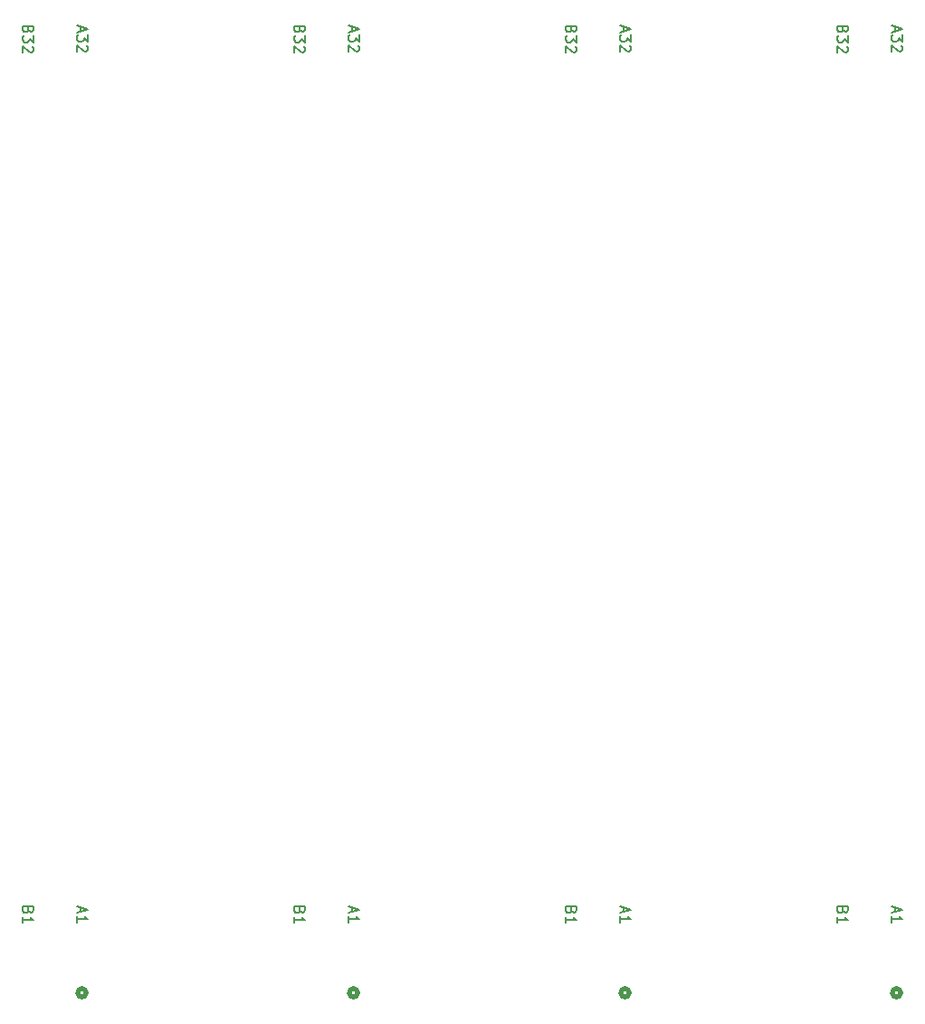
<source format=gbr>
%TF.GenerationSoftware,KiCad,Pcbnew,7.0.7*%
%TF.CreationDate,2024-03-27T23:33:24-04:00*%
%TF.ProjectId,Backplane,4261636b-706c-4616-9e65-2e6b69636164,rev?*%
%TF.SameCoordinates,Original*%
%TF.FileFunction,Legend,Bot*%
%TF.FilePolarity,Positive*%
%FSLAX46Y46*%
G04 Gerber Fmt 4.6, Leading zero omitted, Abs format (unit mm)*
G04 Created by KiCad (PCBNEW 7.0.7) date 2024-03-27 23:33:24*
%MOMM*%
%LPD*%
G01*
G04 APERTURE LIST*
%ADD10C,0.150000*%
%ADD11C,0.508000*%
G04 APERTURE END LIST*
D10*
X106748990Y-40724247D02*
X106701371Y-40867104D01*
X106701371Y-40867104D02*
X106653752Y-40914723D01*
X106653752Y-40914723D02*
X106558514Y-40962342D01*
X106558514Y-40962342D02*
X106415657Y-40962342D01*
X106415657Y-40962342D02*
X106320419Y-40914723D01*
X106320419Y-40914723D02*
X106272800Y-40867104D01*
X106272800Y-40867104D02*
X106225180Y-40771866D01*
X106225180Y-40771866D02*
X106225180Y-40390914D01*
X106225180Y-40390914D02*
X107225180Y-40390914D01*
X107225180Y-40390914D02*
X107225180Y-40724247D01*
X107225180Y-40724247D02*
X107177561Y-40819485D01*
X107177561Y-40819485D02*
X107129942Y-40867104D01*
X107129942Y-40867104D02*
X107034704Y-40914723D01*
X107034704Y-40914723D02*
X106939466Y-40914723D01*
X106939466Y-40914723D02*
X106844228Y-40867104D01*
X106844228Y-40867104D02*
X106796609Y-40819485D01*
X106796609Y-40819485D02*
X106748990Y-40724247D01*
X106748990Y-40724247D02*
X106748990Y-40390914D01*
X107225180Y-41295676D02*
X107225180Y-41914723D01*
X107225180Y-41914723D02*
X106844228Y-41581390D01*
X106844228Y-41581390D02*
X106844228Y-41724247D01*
X106844228Y-41724247D02*
X106796609Y-41819485D01*
X106796609Y-41819485D02*
X106748990Y-41867104D01*
X106748990Y-41867104D02*
X106653752Y-41914723D01*
X106653752Y-41914723D02*
X106415657Y-41914723D01*
X106415657Y-41914723D02*
X106320419Y-41867104D01*
X106320419Y-41867104D02*
X106272800Y-41819485D01*
X106272800Y-41819485D02*
X106225180Y-41724247D01*
X106225180Y-41724247D02*
X106225180Y-41438533D01*
X106225180Y-41438533D02*
X106272800Y-41343295D01*
X106272800Y-41343295D02*
X106320419Y-41295676D01*
X107129942Y-42295676D02*
X107177561Y-42343295D01*
X107177561Y-42343295D02*
X107225180Y-42438533D01*
X107225180Y-42438533D02*
X107225180Y-42676628D01*
X107225180Y-42676628D02*
X107177561Y-42771866D01*
X107177561Y-42771866D02*
X107129942Y-42819485D01*
X107129942Y-42819485D02*
X107034704Y-42867104D01*
X107034704Y-42867104D02*
X106939466Y-42867104D01*
X106939466Y-42867104D02*
X106796609Y-42819485D01*
X106796609Y-42819485D02*
X106225180Y-42248057D01*
X106225180Y-42248057D02*
X106225180Y-42867104D01*
X111590895Y-122780514D02*
X111590895Y-123256704D01*
X111305180Y-122685276D02*
X112305180Y-123018609D01*
X112305180Y-123018609D02*
X111305180Y-123351942D01*
X111305180Y-124209085D02*
X111305180Y-123637657D01*
X111305180Y-123923371D02*
X112305180Y-123923371D01*
X112305180Y-123923371D02*
X112162323Y-123828133D01*
X112162323Y-123828133D02*
X112067085Y-123732895D01*
X112067085Y-123732895D02*
X112019466Y-123637657D01*
X106748990Y-123090038D02*
X106701371Y-123232895D01*
X106701371Y-123232895D02*
X106653752Y-123280514D01*
X106653752Y-123280514D02*
X106558514Y-123328133D01*
X106558514Y-123328133D02*
X106415657Y-123328133D01*
X106415657Y-123328133D02*
X106320419Y-123280514D01*
X106320419Y-123280514D02*
X106272800Y-123232895D01*
X106272800Y-123232895D02*
X106225180Y-123137657D01*
X106225180Y-123137657D02*
X106225180Y-122756705D01*
X106225180Y-122756705D02*
X107225180Y-122756705D01*
X107225180Y-122756705D02*
X107225180Y-123090038D01*
X107225180Y-123090038D02*
X107177561Y-123185276D01*
X107177561Y-123185276D02*
X107129942Y-123232895D01*
X107129942Y-123232895D02*
X107034704Y-123280514D01*
X107034704Y-123280514D02*
X106939466Y-123280514D01*
X106939466Y-123280514D02*
X106844228Y-123232895D01*
X106844228Y-123232895D02*
X106796609Y-123185276D01*
X106796609Y-123185276D02*
X106748990Y-123090038D01*
X106748990Y-123090038D02*
X106748990Y-122756705D01*
X106225180Y-124280514D02*
X106225180Y-123709086D01*
X106225180Y-123994800D02*
X107225180Y-123994800D01*
X107225180Y-123994800D02*
X107082323Y-123899562D01*
X107082323Y-123899562D02*
X106987085Y-123804324D01*
X106987085Y-123804324D02*
X106939466Y-123709086D01*
X111590895Y-40414724D02*
X111590895Y-40890914D01*
X111305180Y-40319486D02*
X112305180Y-40652819D01*
X112305180Y-40652819D02*
X111305180Y-40986152D01*
X112305180Y-41224248D02*
X112305180Y-41843295D01*
X112305180Y-41843295D02*
X111924228Y-41509962D01*
X111924228Y-41509962D02*
X111924228Y-41652819D01*
X111924228Y-41652819D02*
X111876609Y-41748057D01*
X111876609Y-41748057D02*
X111828990Y-41795676D01*
X111828990Y-41795676D02*
X111733752Y-41843295D01*
X111733752Y-41843295D02*
X111495657Y-41843295D01*
X111495657Y-41843295D02*
X111400419Y-41795676D01*
X111400419Y-41795676D02*
X111352800Y-41748057D01*
X111352800Y-41748057D02*
X111305180Y-41652819D01*
X111305180Y-41652819D02*
X111305180Y-41367105D01*
X111305180Y-41367105D02*
X111352800Y-41271867D01*
X111352800Y-41271867D02*
X111400419Y-41224248D01*
X112209942Y-42224248D02*
X112257561Y-42271867D01*
X112257561Y-42271867D02*
X112305180Y-42367105D01*
X112305180Y-42367105D02*
X112305180Y-42605200D01*
X112305180Y-42605200D02*
X112257561Y-42700438D01*
X112257561Y-42700438D02*
X112209942Y-42748057D01*
X112209942Y-42748057D02*
X112114704Y-42795676D01*
X112114704Y-42795676D02*
X112019466Y-42795676D01*
X112019466Y-42795676D02*
X111876609Y-42748057D01*
X111876609Y-42748057D02*
X111305180Y-42176629D01*
X111305180Y-42176629D02*
X111305180Y-42795676D01*
X136990895Y-122780514D02*
X136990895Y-123256704D01*
X136705180Y-122685276D02*
X137705180Y-123018609D01*
X137705180Y-123018609D02*
X136705180Y-123351942D01*
X136705180Y-124209085D02*
X136705180Y-123637657D01*
X136705180Y-123923371D02*
X137705180Y-123923371D01*
X137705180Y-123923371D02*
X137562323Y-123828133D01*
X137562323Y-123828133D02*
X137467085Y-123732895D01*
X137467085Y-123732895D02*
X137419466Y-123637657D01*
X132148990Y-123090038D02*
X132101371Y-123232895D01*
X132101371Y-123232895D02*
X132053752Y-123280514D01*
X132053752Y-123280514D02*
X131958514Y-123328133D01*
X131958514Y-123328133D02*
X131815657Y-123328133D01*
X131815657Y-123328133D02*
X131720419Y-123280514D01*
X131720419Y-123280514D02*
X131672800Y-123232895D01*
X131672800Y-123232895D02*
X131625180Y-123137657D01*
X131625180Y-123137657D02*
X131625180Y-122756705D01*
X131625180Y-122756705D02*
X132625180Y-122756705D01*
X132625180Y-122756705D02*
X132625180Y-123090038D01*
X132625180Y-123090038D02*
X132577561Y-123185276D01*
X132577561Y-123185276D02*
X132529942Y-123232895D01*
X132529942Y-123232895D02*
X132434704Y-123280514D01*
X132434704Y-123280514D02*
X132339466Y-123280514D01*
X132339466Y-123280514D02*
X132244228Y-123232895D01*
X132244228Y-123232895D02*
X132196609Y-123185276D01*
X132196609Y-123185276D02*
X132148990Y-123090038D01*
X132148990Y-123090038D02*
X132148990Y-122756705D01*
X131625180Y-124280514D02*
X131625180Y-123709086D01*
X131625180Y-123994800D02*
X132625180Y-123994800D01*
X132625180Y-123994800D02*
X132482323Y-123899562D01*
X132482323Y-123899562D02*
X132387085Y-123804324D01*
X132387085Y-123804324D02*
X132339466Y-123709086D01*
X136990895Y-40414724D02*
X136990895Y-40890914D01*
X136705180Y-40319486D02*
X137705180Y-40652819D01*
X137705180Y-40652819D02*
X136705180Y-40986152D01*
X137705180Y-41224248D02*
X137705180Y-41843295D01*
X137705180Y-41843295D02*
X137324228Y-41509962D01*
X137324228Y-41509962D02*
X137324228Y-41652819D01*
X137324228Y-41652819D02*
X137276609Y-41748057D01*
X137276609Y-41748057D02*
X137228990Y-41795676D01*
X137228990Y-41795676D02*
X137133752Y-41843295D01*
X137133752Y-41843295D02*
X136895657Y-41843295D01*
X136895657Y-41843295D02*
X136800419Y-41795676D01*
X136800419Y-41795676D02*
X136752800Y-41748057D01*
X136752800Y-41748057D02*
X136705180Y-41652819D01*
X136705180Y-41652819D02*
X136705180Y-41367105D01*
X136705180Y-41367105D02*
X136752800Y-41271867D01*
X136752800Y-41271867D02*
X136800419Y-41224248D01*
X137609942Y-42224248D02*
X137657561Y-42271867D01*
X137657561Y-42271867D02*
X137705180Y-42367105D01*
X137705180Y-42367105D02*
X137705180Y-42605200D01*
X137705180Y-42605200D02*
X137657561Y-42700438D01*
X137657561Y-42700438D02*
X137609942Y-42748057D01*
X137609942Y-42748057D02*
X137514704Y-42795676D01*
X137514704Y-42795676D02*
X137419466Y-42795676D01*
X137419466Y-42795676D02*
X137276609Y-42748057D01*
X137276609Y-42748057D02*
X136705180Y-42176629D01*
X136705180Y-42176629D02*
X136705180Y-42795676D01*
X132148990Y-40724247D02*
X132101371Y-40867104D01*
X132101371Y-40867104D02*
X132053752Y-40914723D01*
X132053752Y-40914723D02*
X131958514Y-40962342D01*
X131958514Y-40962342D02*
X131815657Y-40962342D01*
X131815657Y-40962342D02*
X131720419Y-40914723D01*
X131720419Y-40914723D02*
X131672800Y-40867104D01*
X131672800Y-40867104D02*
X131625180Y-40771866D01*
X131625180Y-40771866D02*
X131625180Y-40390914D01*
X131625180Y-40390914D02*
X132625180Y-40390914D01*
X132625180Y-40390914D02*
X132625180Y-40724247D01*
X132625180Y-40724247D02*
X132577561Y-40819485D01*
X132577561Y-40819485D02*
X132529942Y-40867104D01*
X132529942Y-40867104D02*
X132434704Y-40914723D01*
X132434704Y-40914723D02*
X132339466Y-40914723D01*
X132339466Y-40914723D02*
X132244228Y-40867104D01*
X132244228Y-40867104D02*
X132196609Y-40819485D01*
X132196609Y-40819485D02*
X132148990Y-40724247D01*
X132148990Y-40724247D02*
X132148990Y-40390914D01*
X132625180Y-41295676D02*
X132625180Y-41914723D01*
X132625180Y-41914723D02*
X132244228Y-41581390D01*
X132244228Y-41581390D02*
X132244228Y-41724247D01*
X132244228Y-41724247D02*
X132196609Y-41819485D01*
X132196609Y-41819485D02*
X132148990Y-41867104D01*
X132148990Y-41867104D02*
X132053752Y-41914723D01*
X132053752Y-41914723D02*
X131815657Y-41914723D01*
X131815657Y-41914723D02*
X131720419Y-41867104D01*
X131720419Y-41867104D02*
X131672800Y-41819485D01*
X131672800Y-41819485D02*
X131625180Y-41724247D01*
X131625180Y-41724247D02*
X131625180Y-41438533D01*
X131625180Y-41438533D02*
X131672800Y-41343295D01*
X131672800Y-41343295D02*
X131720419Y-41295676D01*
X132529942Y-42295676D02*
X132577561Y-42343295D01*
X132577561Y-42343295D02*
X132625180Y-42438533D01*
X132625180Y-42438533D02*
X132625180Y-42676628D01*
X132625180Y-42676628D02*
X132577561Y-42771866D01*
X132577561Y-42771866D02*
X132529942Y-42819485D01*
X132529942Y-42819485D02*
X132434704Y-42867104D01*
X132434704Y-42867104D02*
X132339466Y-42867104D01*
X132339466Y-42867104D02*
X132196609Y-42819485D01*
X132196609Y-42819485D02*
X131625180Y-42248057D01*
X131625180Y-42248057D02*
X131625180Y-42867104D01*
X162390895Y-122780514D02*
X162390895Y-123256704D01*
X162105180Y-122685276D02*
X163105180Y-123018609D01*
X163105180Y-123018609D02*
X162105180Y-123351942D01*
X162105180Y-124209085D02*
X162105180Y-123637657D01*
X162105180Y-123923371D02*
X163105180Y-123923371D01*
X163105180Y-123923371D02*
X162962323Y-123828133D01*
X162962323Y-123828133D02*
X162867085Y-123732895D01*
X162867085Y-123732895D02*
X162819466Y-123637657D01*
X157548990Y-40724247D02*
X157501371Y-40867104D01*
X157501371Y-40867104D02*
X157453752Y-40914723D01*
X157453752Y-40914723D02*
X157358514Y-40962342D01*
X157358514Y-40962342D02*
X157215657Y-40962342D01*
X157215657Y-40962342D02*
X157120419Y-40914723D01*
X157120419Y-40914723D02*
X157072800Y-40867104D01*
X157072800Y-40867104D02*
X157025180Y-40771866D01*
X157025180Y-40771866D02*
X157025180Y-40390914D01*
X157025180Y-40390914D02*
X158025180Y-40390914D01*
X158025180Y-40390914D02*
X158025180Y-40724247D01*
X158025180Y-40724247D02*
X157977561Y-40819485D01*
X157977561Y-40819485D02*
X157929942Y-40867104D01*
X157929942Y-40867104D02*
X157834704Y-40914723D01*
X157834704Y-40914723D02*
X157739466Y-40914723D01*
X157739466Y-40914723D02*
X157644228Y-40867104D01*
X157644228Y-40867104D02*
X157596609Y-40819485D01*
X157596609Y-40819485D02*
X157548990Y-40724247D01*
X157548990Y-40724247D02*
X157548990Y-40390914D01*
X158025180Y-41295676D02*
X158025180Y-41914723D01*
X158025180Y-41914723D02*
X157644228Y-41581390D01*
X157644228Y-41581390D02*
X157644228Y-41724247D01*
X157644228Y-41724247D02*
X157596609Y-41819485D01*
X157596609Y-41819485D02*
X157548990Y-41867104D01*
X157548990Y-41867104D02*
X157453752Y-41914723D01*
X157453752Y-41914723D02*
X157215657Y-41914723D01*
X157215657Y-41914723D02*
X157120419Y-41867104D01*
X157120419Y-41867104D02*
X157072800Y-41819485D01*
X157072800Y-41819485D02*
X157025180Y-41724247D01*
X157025180Y-41724247D02*
X157025180Y-41438533D01*
X157025180Y-41438533D02*
X157072800Y-41343295D01*
X157072800Y-41343295D02*
X157120419Y-41295676D01*
X157929942Y-42295676D02*
X157977561Y-42343295D01*
X157977561Y-42343295D02*
X158025180Y-42438533D01*
X158025180Y-42438533D02*
X158025180Y-42676628D01*
X158025180Y-42676628D02*
X157977561Y-42771866D01*
X157977561Y-42771866D02*
X157929942Y-42819485D01*
X157929942Y-42819485D02*
X157834704Y-42867104D01*
X157834704Y-42867104D02*
X157739466Y-42867104D01*
X157739466Y-42867104D02*
X157596609Y-42819485D01*
X157596609Y-42819485D02*
X157025180Y-42248057D01*
X157025180Y-42248057D02*
X157025180Y-42867104D01*
X162390895Y-40414724D02*
X162390895Y-40890914D01*
X162105180Y-40319486D02*
X163105180Y-40652819D01*
X163105180Y-40652819D02*
X162105180Y-40986152D01*
X163105180Y-41224248D02*
X163105180Y-41843295D01*
X163105180Y-41843295D02*
X162724228Y-41509962D01*
X162724228Y-41509962D02*
X162724228Y-41652819D01*
X162724228Y-41652819D02*
X162676609Y-41748057D01*
X162676609Y-41748057D02*
X162628990Y-41795676D01*
X162628990Y-41795676D02*
X162533752Y-41843295D01*
X162533752Y-41843295D02*
X162295657Y-41843295D01*
X162295657Y-41843295D02*
X162200419Y-41795676D01*
X162200419Y-41795676D02*
X162152800Y-41748057D01*
X162152800Y-41748057D02*
X162105180Y-41652819D01*
X162105180Y-41652819D02*
X162105180Y-41367105D01*
X162105180Y-41367105D02*
X162152800Y-41271867D01*
X162152800Y-41271867D02*
X162200419Y-41224248D01*
X163009942Y-42224248D02*
X163057561Y-42271867D01*
X163057561Y-42271867D02*
X163105180Y-42367105D01*
X163105180Y-42367105D02*
X163105180Y-42605200D01*
X163105180Y-42605200D02*
X163057561Y-42700438D01*
X163057561Y-42700438D02*
X163009942Y-42748057D01*
X163009942Y-42748057D02*
X162914704Y-42795676D01*
X162914704Y-42795676D02*
X162819466Y-42795676D01*
X162819466Y-42795676D02*
X162676609Y-42748057D01*
X162676609Y-42748057D02*
X162105180Y-42176629D01*
X162105180Y-42176629D02*
X162105180Y-42795676D01*
X157548990Y-123090038D02*
X157501371Y-123232895D01*
X157501371Y-123232895D02*
X157453752Y-123280514D01*
X157453752Y-123280514D02*
X157358514Y-123328133D01*
X157358514Y-123328133D02*
X157215657Y-123328133D01*
X157215657Y-123328133D02*
X157120419Y-123280514D01*
X157120419Y-123280514D02*
X157072800Y-123232895D01*
X157072800Y-123232895D02*
X157025180Y-123137657D01*
X157025180Y-123137657D02*
X157025180Y-122756705D01*
X157025180Y-122756705D02*
X158025180Y-122756705D01*
X158025180Y-122756705D02*
X158025180Y-123090038D01*
X158025180Y-123090038D02*
X157977561Y-123185276D01*
X157977561Y-123185276D02*
X157929942Y-123232895D01*
X157929942Y-123232895D02*
X157834704Y-123280514D01*
X157834704Y-123280514D02*
X157739466Y-123280514D01*
X157739466Y-123280514D02*
X157644228Y-123232895D01*
X157644228Y-123232895D02*
X157596609Y-123185276D01*
X157596609Y-123185276D02*
X157548990Y-123090038D01*
X157548990Y-123090038D02*
X157548990Y-122756705D01*
X157025180Y-124280514D02*
X157025180Y-123709086D01*
X157025180Y-123994800D02*
X158025180Y-123994800D01*
X158025180Y-123994800D02*
X157882323Y-123899562D01*
X157882323Y-123899562D02*
X157787085Y-123804324D01*
X157787085Y-123804324D02*
X157739466Y-123709086D01*
X86190895Y-122780514D02*
X86190895Y-123256704D01*
X85905180Y-122685276D02*
X86905180Y-123018609D01*
X86905180Y-123018609D02*
X85905180Y-123351942D01*
X85905180Y-124209085D02*
X85905180Y-123637657D01*
X85905180Y-123923371D02*
X86905180Y-123923371D01*
X86905180Y-123923371D02*
X86762323Y-123828133D01*
X86762323Y-123828133D02*
X86667085Y-123732895D01*
X86667085Y-123732895D02*
X86619466Y-123637657D01*
X81348990Y-123090038D02*
X81301371Y-123232895D01*
X81301371Y-123232895D02*
X81253752Y-123280514D01*
X81253752Y-123280514D02*
X81158514Y-123328133D01*
X81158514Y-123328133D02*
X81015657Y-123328133D01*
X81015657Y-123328133D02*
X80920419Y-123280514D01*
X80920419Y-123280514D02*
X80872800Y-123232895D01*
X80872800Y-123232895D02*
X80825180Y-123137657D01*
X80825180Y-123137657D02*
X80825180Y-122756705D01*
X80825180Y-122756705D02*
X81825180Y-122756705D01*
X81825180Y-122756705D02*
X81825180Y-123090038D01*
X81825180Y-123090038D02*
X81777561Y-123185276D01*
X81777561Y-123185276D02*
X81729942Y-123232895D01*
X81729942Y-123232895D02*
X81634704Y-123280514D01*
X81634704Y-123280514D02*
X81539466Y-123280514D01*
X81539466Y-123280514D02*
X81444228Y-123232895D01*
X81444228Y-123232895D02*
X81396609Y-123185276D01*
X81396609Y-123185276D02*
X81348990Y-123090038D01*
X81348990Y-123090038D02*
X81348990Y-122756705D01*
X80825180Y-124280514D02*
X80825180Y-123709086D01*
X80825180Y-123994800D02*
X81825180Y-123994800D01*
X81825180Y-123994800D02*
X81682323Y-123899562D01*
X81682323Y-123899562D02*
X81587085Y-123804324D01*
X81587085Y-123804324D02*
X81539466Y-123709086D01*
X81348990Y-40724247D02*
X81301371Y-40867104D01*
X81301371Y-40867104D02*
X81253752Y-40914723D01*
X81253752Y-40914723D02*
X81158514Y-40962342D01*
X81158514Y-40962342D02*
X81015657Y-40962342D01*
X81015657Y-40962342D02*
X80920419Y-40914723D01*
X80920419Y-40914723D02*
X80872800Y-40867104D01*
X80872800Y-40867104D02*
X80825180Y-40771866D01*
X80825180Y-40771866D02*
X80825180Y-40390914D01*
X80825180Y-40390914D02*
X81825180Y-40390914D01*
X81825180Y-40390914D02*
X81825180Y-40724247D01*
X81825180Y-40724247D02*
X81777561Y-40819485D01*
X81777561Y-40819485D02*
X81729942Y-40867104D01*
X81729942Y-40867104D02*
X81634704Y-40914723D01*
X81634704Y-40914723D02*
X81539466Y-40914723D01*
X81539466Y-40914723D02*
X81444228Y-40867104D01*
X81444228Y-40867104D02*
X81396609Y-40819485D01*
X81396609Y-40819485D02*
X81348990Y-40724247D01*
X81348990Y-40724247D02*
X81348990Y-40390914D01*
X81825180Y-41295676D02*
X81825180Y-41914723D01*
X81825180Y-41914723D02*
X81444228Y-41581390D01*
X81444228Y-41581390D02*
X81444228Y-41724247D01*
X81444228Y-41724247D02*
X81396609Y-41819485D01*
X81396609Y-41819485D02*
X81348990Y-41867104D01*
X81348990Y-41867104D02*
X81253752Y-41914723D01*
X81253752Y-41914723D02*
X81015657Y-41914723D01*
X81015657Y-41914723D02*
X80920419Y-41867104D01*
X80920419Y-41867104D02*
X80872800Y-41819485D01*
X80872800Y-41819485D02*
X80825180Y-41724247D01*
X80825180Y-41724247D02*
X80825180Y-41438533D01*
X80825180Y-41438533D02*
X80872800Y-41343295D01*
X80872800Y-41343295D02*
X80920419Y-41295676D01*
X81729942Y-42295676D02*
X81777561Y-42343295D01*
X81777561Y-42343295D02*
X81825180Y-42438533D01*
X81825180Y-42438533D02*
X81825180Y-42676628D01*
X81825180Y-42676628D02*
X81777561Y-42771866D01*
X81777561Y-42771866D02*
X81729942Y-42819485D01*
X81729942Y-42819485D02*
X81634704Y-42867104D01*
X81634704Y-42867104D02*
X81539466Y-42867104D01*
X81539466Y-42867104D02*
X81396609Y-42819485D01*
X81396609Y-42819485D02*
X80825180Y-42248057D01*
X80825180Y-42248057D02*
X80825180Y-42867104D01*
X86190895Y-40414724D02*
X86190895Y-40890914D01*
X85905180Y-40319486D02*
X86905180Y-40652819D01*
X86905180Y-40652819D02*
X85905180Y-40986152D01*
X86905180Y-41224248D02*
X86905180Y-41843295D01*
X86905180Y-41843295D02*
X86524228Y-41509962D01*
X86524228Y-41509962D02*
X86524228Y-41652819D01*
X86524228Y-41652819D02*
X86476609Y-41748057D01*
X86476609Y-41748057D02*
X86428990Y-41795676D01*
X86428990Y-41795676D02*
X86333752Y-41843295D01*
X86333752Y-41843295D02*
X86095657Y-41843295D01*
X86095657Y-41843295D02*
X86000419Y-41795676D01*
X86000419Y-41795676D02*
X85952800Y-41748057D01*
X85952800Y-41748057D02*
X85905180Y-41652819D01*
X85905180Y-41652819D02*
X85905180Y-41367105D01*
X85905180Y-41367105D02*
X85952800Y-41271867D01*
X85952800Y-41271867D02*
X86000419Y-41224248D01*
X86809942Y-42224248D02*
X86857561Y-42271867D01*
X86857561Y-42271867D02*
X86905180Y-42367105D01*
X86905180Y-42367105D02*
X86905180Y-42605200D01*
X86905180Y-42605200D02*
X86857561Y-42700438D01*
X86857561Y-42700438D02*
X86809942Y-42748057D01*
X86809942Y-42748057D02*
X86714704Y-42795676D01*
X86714704Y-42795676D02*
X86619466Y-42795676D01*
X86619466Y-42795676D02*
X86476609Y-42748057D01*
X86476609Y-42748057D02*
X85905180Y-42176629D01*
X85905180Y-42176629D02*
X85905180Y-42795676D01*
D11*
%TO.C,J3*%
X112141000Y-130810000D02*
G75*
G03*
X112141000Y-130810000I-381000J0D01*
G01*
%TO.C,J2*%
X137541000Y-130810000D02*
G75*
G03*
X137541000Y-130810000I-381000J0D01*
G01*
%TO.C,J1*%
X162941000Y-130810000D02*
G75*
G03*
X162941000Y-130810000I-381000J0D01*
G01*
%TO.C,J4*%
X86741000Y-130810000D02*
G75*
G03*
X86741000Y-130810000I-381000J0D01*
G01*
%TD*%
M02*

</source>
